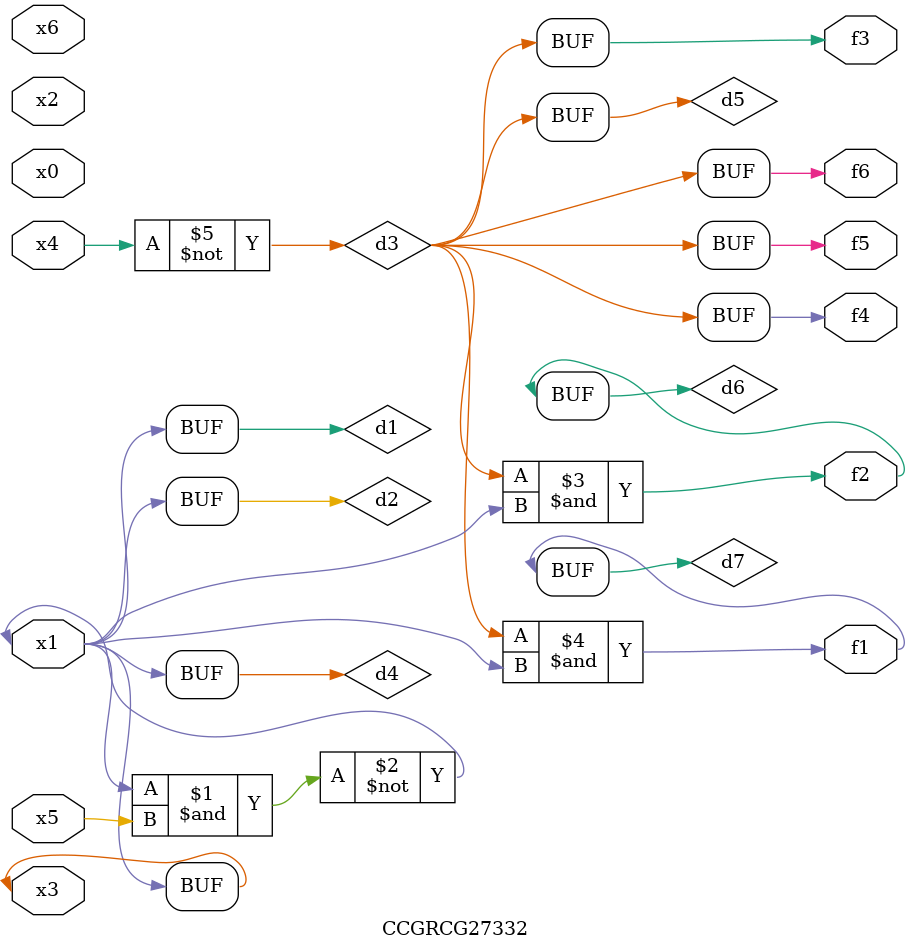
<source format=v>
module CCGRCG27332(
	input x0, x1, x2, x3, x4, x5, x6,
	output f1, f2, f3, f4, f5, f6
);

	wire d1, d2, d3, d4, d5, d6, d7;

	buf (d1, x1, x3);
	nand (d2, x1, x5);
	not (d3, x4);
	buf (d4, d1, d2);
	buf (d5, d3);
	and (d6, d3, d4);
	and (d7, d3, d4);
	assign f1 = d7;
	assign f2 = d6;
	assign f3 = d5;
	assign f4 = d5;
	assign f5 = d5;
	assign f6 = d5;
endmodule

</source>
